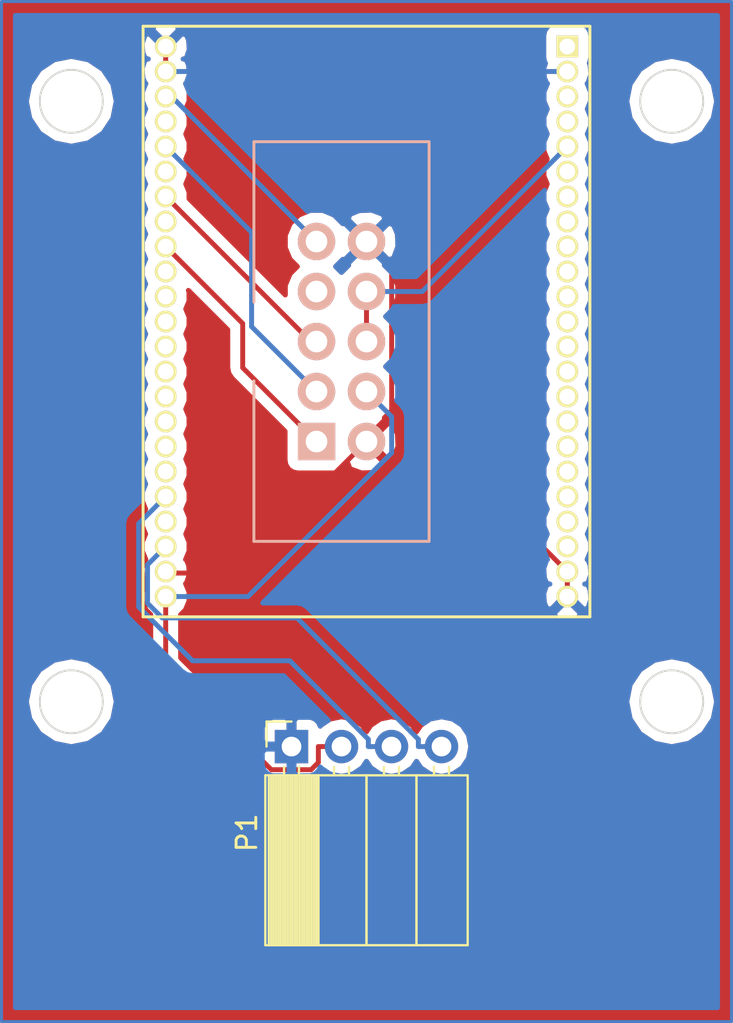
<source format=kicad_pcb>
(kicad_pcb (version 4) (host pcbnew 4.0.4-stable)

  (general
    (links 18)
    (no_connects 0)
    (area 131.943999 92.319999 165.744001 126.120001)
    (thickness 1.6)
    (drawings 4)
    (tracks 59)
    (zones 0)
    (modules 3)
    (nets 43)
  )

  (page A4)
  (layers
    (0 F.Cu signal)
    (31 B.Cu signal)
    (32 B.Adhes user)
    (33 F.Adhes user)
    (34 B.Paste user)
    (35 F.Paste user)
    (36 B.SilkS user)
    (37 F.SilkS user)
    (38 B.Mask user)
    (39 F.Mask user)
    (40 Dwgs.User user)
    (41 Cmts.User user)
    (42 Eco1.User user)
    (43 Eco2.User user)
    (44 Edge.Cuts user)
    (45 Margin user)
    (46 B.CrtYd user)
    (47 F.CrtYd user)
    (48 B.Fab user)
    (49 F.Fab user)
  )

  (setup
    (last_trace_width 0.1524)
    (trace_clearance 0.1524)
    (zone_clearance 0.508)
    (zone_45_only no)
    (trace_min 0.1524)
    (segment_width 0.2)
    (edge_width 0.15)
    (via_size 0.6858)
    (via_drill 0.3302)
    (via_min_size 0.6858)
    (via_min_drill 0.3302)
    (uvia_size 0.762)
    (uvia_drill 0.508)
    (uvias_allowed no)
    (uvia_min_size 0)
    (uvia_min_drill 0)
    (pcb_text_width 0.3)
    (pcb_text_size 1.5 1.5)
    (mod_edge_width 0.15)
    (mod_text_size 1 1)
    (mod_text_width 0.15)
    (pad_size 1.524 1.524)
    (pad_drill 0.762)
    (pad_to_mask_clearance 0.2)
    (aux_axis_origin 0 0)
    (visible_elements FFFFFF7F)
    (pcbplotparams
      (layerselection 0x00030_80000001)
      (usegerberextensions false)
      (excludeedgelayer true)
      (linewidth 0.100000)
      (plotframeref false)
      (viasonmask false)
      (mode 1)
      (useauxorigin false)
      (hpglpennumber 1)
      (hpglpenspeed 20)
      (hpglpendiameter 15)
      (hpglpenoverlay 2)
      (psnegative false)
      (psa4output false)
      (plotreference true)
      (plotvalue true)
      (plotinvisibletext false)
      (padsonsilk false)
      (subtractmaskfromsilk false)
      (outputformat 1)
      (mirror false)
      (drillshape 1)
      (scaleselection 1)
      (outputdirectory ""))
  )

  (net 0 "")
  (net 1 /TCK)
  (net 2 GND)
  (net 3 /TDO)
  (net 4 /3.3V)
  (net 5 /TMS)
  (net 6 "Net-(CON1-Pad6)")
  (net 7 /NC)
  (net 8 /TDI)
  (net 9 "Net-(IC1-Pad35)")
  (net 10 "Net-(IC1-Pad12)")
  (net 11 "Net-(IC1-Pad13)")
  (net 12 "Net-(IC1-Pad14)")
  (net 13 "Net-(IC1-Pad15)")
  (net 14 "Net-(IC1-Pad16)")
  (net 15 "Net-(IC1-Pad17)")
  (net 16 "Net-(IC1-Pad18)")
  (net 17 "Net-(IC1-Pad19)")
  (net 18 "Net-(IC1-Pad20)")
  (net 19 "Net-(IC1-Pad21)")
  (net 20 "Net-(IC1-Pad11)")
  (net 21 "Net-(IC1-Pad10)")
  (net 22 "Net-(IC1-Pad9)")
  (net 23 "Net-(IC1-Pad8)")
  (net 24 "Net-(IC1-Pad7)")
  (net 25 "Net-(IC1-Pad6)")
  (net 26 "Net-(IC1-Pad4)")
  (net 27 "Net-(IC1-Pad3)")
  (net 28 "Net-(IC1-Pad1)")
  (net 29 "Net-(IC1-Pad36)")
  (net 30 "Net-(IC1-Pad37)")
  (net 31 "Net-(IC1-Pad39)")
  (net 32 "Net-(IC1-Pad41)")
  (net 33 "Net-(IC1-Pad43)")
  (net 34 "Net-(IC1-Pad34)")
  (net 35 "Net-(IC1-Pad33)")
  (net 36 "Net-(IC1-Pad32)")
  (net 37 "Net-(IC1-Pad31)")
  (net 38 "Net-(IC1-Pad30)")
  (net 39 "Net-(IC1-Pad29)")
  (net 40 "Net-(IC1-Pad28)")
  (net 41 "Net-(IC1-Pad27)")
  (net 42 "Net-(IC1-Pad26)")

  (net_class Default "This is the default net class."
    (clearance 0.1524)
    (trace_width 0.1524)
    (via_dia 0.6858)
    (via_drill 0.3302)
    (uvia_dia 0.762)
    (uvia_drill 0.508)
    (add_net /NC)
    (add_net /TCK)
    (add_net /TDI)
    (add_net /TDO)
    (add_net /TMS)
    (add_net "Net-(CON1-Pad6)")
    (add_net "Net-(IC1-Pad1)")
    (add_net "Net-(IC1-Pad10)")
    (add_net "Net-(IC1-Pad11)")
    (add_net "Net-(IC1-Pad12)")
    (add_net "Net-(IC1-Pad13)")
    (add_net "Net-(IC1-Pad14)")
    (add_net "Net-(IC1-Pad15)")
    (add_net "Net-(IC1-Pad16)")
    (add_net "Net-(IC1-Pad17)")
    (add_net "Net-(IC1-Pad18)")
    (add_net "Net-(IC1-Pad19)")
    (add_net "Net-(IC1-Pad20)")
    (add_net "Net-(IC1-Pad21)")
    (add_net "Net-(IC1-Pad26)")
    (add_net "Net-(IC1-Pad27)")
    (add_net "Net-(IC1-Pad28)")
    (add_net "Net-(IC1-Pad29)")
    (add_net "Net-(IC1-Pad3)")
    (add_net "Net-(IC1-Pad30)")
    (add_net "Net-(IC1-Pad31)")
    (add_net "Net-(IC1-Pad32)")
    (add_net "Net-(IC1-Pad33)")
    (add_net "Net-(IC1-Pad34)")
    (add_net "Net-(IC1-Pad35)")
    (add_net "Net-(IC1-Pad36)")
    (add_net "Net-(IC1-Pad37)")
    (add_net "Net-(IC1-Pad39)")
    (add_net "Net-(IC1-Pad4)")
    (add_net "Net-(IC1-Pad41)")
    (add_net "Net-(IC1-Pad43)")
    (add_net "Net-(IC1-Pad6)")
    (add_net "Net-(IC1-Pad7)")
    (add_net "Net-(IC1-Pad8)")
    (add_net "Net-(IC1-Pad9)")
  )

  (net_class GND ""
    (clearance 0.1524)
    (trace_width 0.254)
    (via_dia 0.6858)
    (via_drill 0.3302)
    (uvia_dia 0.762)
    (uvia_drill 0.508)
    (add_net /3.3V)
    (add_net GND)
  )

  (module acronet:AVR-JTAG-ICE (layer B.Cu) (tedit 0) (tstamp 58AD8D75)
    (at 147.32 106.172 90)
    (descr "AVR JTAG ICE Connector (PTH)")
    (tags "AVR JTAG CONNECTOR")
    (path /58ADA11E)
    (fp_text reference CON1 (at 0 5.7 90) (layer B.SilkS) hide
      (effects (font (size 1 1) (thickness 0.2)) (justify mirror))
    )
    (fp_text value AVR-JTAG-ICE (at 0 -6 90) (layer B.SilkS) hide
      (effects (font (size 1 1) (thickness 0.2)) (justify mirror))
    )
    (fp_line (start 10.15 -4.45) (end 2 -4.45) (layer B.SilkS) (width 0.15))
    (fp_line (start -10.15 -4.45) (end -2 -4.45) (layer B.SilkS) (width 0.15))
    (fp_line (start 10.15 4.45) (end -10.15 4.45) (layer B.SilkS) (width 0.15))
    (fp_line (start -10.15 4.45) (end -10.15 -4.45) (layer B.SilkS) (width 0.15))
    (fp_line (start 10.15 4.45) (end 10.15 -4.45) (layer B.SilkS) (width 0.15))
    (pad 1 thru_hole rect (at -5.08 -1.27 90) (size 1.9 1.9) (drill 1.1) (layers *.Cu *.Mask B.SilkS)
      (net 1 /TCK))
    (pad 2 thru_hole circle (at -5.08 1.27 90) (size 1.9 1.9) (drill 1.1) (layers *.Cu *.Mask B.SilkS)
      (net 2 GND))
    (pad 3 thru_hole circle (at -2.54 -1.27 90) (size 1.9 1.9) (drill 1.1) (layers *.Cu *.Mask B.SilkS)
      (net 3 /TDO))
    (pad 4 thru_hole circle (at -2.54 1.27 90) (size 1.9 1.9) (drill 1.1) (layers *.Cu *.Mask B.SilkS)
      (net 4 /3.3V))
    (pad 5 thru_hole circle (at 0 -1.27 90) (size 1.9 1.9) (drill 1.1) (layers *.Cu *.Mask B.SilkS)
      (net 5 /TMS))
    (pad 6 thru_hole circle (at 0 1.27 90) (size 1.9 1.9) (drill 1.1) (layers *.Cu *.Mask B.SilkS)
      (net 6 "Net-(CON1-Pad6)"))
    (pad 7 thru_hole circle (at 2.54 -1.27 90) (size 1.9 1.9) (drill 1.1) (layers *.Cu *.Mask B.SilkS)
      (net 7 /NC))
    (pad 8 thru_hole circle (at 2.54 1.27 90) (size 1.9 1.9) (drill 1.1) (layers *.Cu *.Mask B.SilkS)
      (net 6 "Net-(CON1-Pad6)"))
    (pad 9 thru_hole circle (at 5.08 -1.27 90) (size 1.9 1.9) (drill 1.1) (layers *.Cu *.Mask B.SilkS)
      (net 8 /TDI))
    (pad 10 thru_hole circle (at 5.08 1.27 90) (size 1.9 1.9) (drill 1.1) (layers *.Cu *.Mask B.SilkS)
      (net 2 GND))
  )

  (module acronet:deRFmega128-22A02 (layer F.Cu) (tedit 0) (tstamp 58AD8DA7)
    (at 148.59 105.156 90)
    (descr "dresden elektronik deRFmega128-22A02 Radio Module SAMTEC SLM-123-01-L-S (PTH)")
    (tags "RADIO MODULE")
    (path /58AD7C2F)
    (fp_text reference IC1 (at 0 -12.7 90) (layer F.SilkS) hide
      (effects (font (size 1 1) (thickness 0.2)))
    )
    (fp_text value DERFMEGA128-22A02 (at 0 13 90) (layer F.SilkS) hide
      (effects (font (size 1 1) (thickness 0.2)))
    )
    (fp_line (start 15 -11.35) (end -15 -11.35) (layer F.SilkS) (width 0.15))
    (fp_line (start -15 -11.35) (end -15 11.35) (layer F.SilkS) (width 0.15))
    (fp_line (start -15 11.35) (end 15 11.35) (layer F.SilkS) (width 0.15))
    (fp_line (start 15 11.35) (end 15 -11.35) (layer F.SilkS) (width 0.15))
    (pad 35 thru_hole circle (at 0 -10.20064 90) (size 1.09982 1.09982) (drill 0.8001) (layers *.Cu *.Mask F.SilkS)
      (net 9 "Net-(IC1-Pad35)"))
    (pad 12 thru_hole circle (at 0 10.20064 90) (size 1.09982 1.09982) (drill 0.8001) (layers *.Cu *.Mask F.SilkS)
      (net 10 "Net-(IC1-Pad12)"))
    (pad 13 thru_hole circle (at -1.27 10.20064 90) (size 1.09982 1.09982) (drill 0.8001) (layers *.Cu *.Mask F.SilkS)
      (net 11 "Net-(IC1-Pad13)"))
    (pad 14 thru_hole circle (at -2.54 10.20064 90) (size 1.09982 1.09982) (drill 0.8001) (layers *.Cu *.Mask F.SilkS)
      (net 12 "Net-(IC1-Pad14)"))
    (pad 15 thru_hole circle (at -3.81 10.20064 90) (size 1.09982 1.09982) (drill 0.8001) (layers *.Cu *.Mask F.SilkS)
      (net 13 "Net-(IC1-Pad15)"))
    (pad 16 thru_hole circle (at -5.08 10.20064 90) (size 1.09982 1.09982) (drill 0.8001) (layers *.Cu *.Mask F.SilkS)
      (net 14 "Net-(IC1-Pad16)"))
    (pad 17 thru_hole circle (at -6.35 10.20064 90) (size 1.09982 1.09982) (drill 0.8001) (layers *.Cu *.Mask F.SilkS)
      (net 15 "Net-(IC1-Pad17)"))
    (pad 18 thru_hole circle (at -7.62 10.20064 90) (size 1.09982 1.09982) (drill 0.8001) (layers *.Cu *.Mask F.SilkS)
      (net 16 "Net-(IC1-Pad18)"))
    (pad 19 thru_hole circle (at -8.89 10.20064 90) (size 1.09982 1.09982) (drill 0.8001) (layers *.Cu *.Mask F.SilkS)
      (net 17 "Net-(IC1-Pad19)"))
    (pad 20 thru_hole circle (at -10.16 10.20064 90) (size 1.09982 1.09982) (drill 0.8001) (layers *.Cu *.Mask F.SilkS)
      (net 18 "Net-(IC1-Pad20)"))
    (pad 21 thru_hole circle (at -11.43 10.20064 90) (size 1.09982 1.09982) (drill 0.8001) (layers *.Cu *.Mask F.SilkS)
      (net 19 "Net-(IC1-Pad21)"))
    (pad 22 thru_hole circle (at -12.7 10.20064 90) (size 1.09982 1.09982) (drill 0.8001) (layers *.Cu *.Mask F.SilkS)
      (net 2 GND))
    (pad 23 thru_hole circle (at -13.97 10.20064 90) (size 1.09982 1.09982) (drill 0.8001) (layers *.Cu *.Mask F.SilkS)
      (net 2 GND))
    (pad 11 thru_hole circle (at 1.27 10.20064 90) (size 1.09982 1.09982) (drill 0.8001) (layers *.Cu *.Mask F.SilkS)
      (net 20 "Net-(IC1-Pad11)"))
    (pad 10 thru_hole circle (at 2.54 10.20064 90) (size 1.09982 1.09982) (drill 0.8001) (layers *.Cu *.Mask F.SilkS)
      (net 21 "Net-(IC1-Pad10)"))
    (pad 9 thru_hole circle (at 3.81 10.20064 90) (size 1.09982 1.09982) (drill 0.8001) (layers *.Cu *.Mask F.SilkS)
      (net 22 "Net-(IC1-Pad9)"))
    (pad 8 thru_hole circle (at 5.08 10.20064 90) (size 1.09982 1.09982) (drill 0.8001) (layers *.Cu *.Mask F.SilkS)
      (net 23 "Net-(IC1-Pad8)"))
    (pad 7 thru_hole circle (at 6.35 10.20064 90) (size 1.09982 1.09982) (drill 0.8001) (layers *.Cu *.Mask F.SilkS)
      (net 24 "Net-(IC1-Pad7)"))
    (pad 6 thru_hole circle (at 7.62 10.20064 90) (size 1.09982 1.09982) (drill 0.8001) (layers *.Cu *.Mask F.SilkS)
      (net 25 "Net-(IC1-Pad6)"))
    (pad 5 thru_hole circle (at 8.89 10.20064 90) (size 1.09982 1.09982) (drill 0.8001) (layers *.Cu *.Mask F.SilkS)
      (net 6 "Net-(CON1-Pad6)"))
    (pad 4 thru_hole circle (at 10.16 10.20064 90) (size 1.09982 1.09982) (drill 0.8001) (layers *.Cu *.Mask F.SilkS)
      (net 26 "Net-(IC1-Pad4)"))
    (pad 3 thru_hole circle (at 11.43 10.20064 90) (size 1.09982 1.09982) (drill 0.8001) (layers *.Cu *.Mask F.SilkS)
      (net 27 "Net-(IC1-Pad3)"))
    (pad 2 thru_hole circle (at 12.7 10.20064 90) (size 1.09982 1.09982) (drill 0.8001) (layers *.Cu *.Mask F.SilkS)
      (net 2 GND))
    (pad 1 thru_hole rect (at 13.97 10.20064 90) (size 1.09982 1.09982) (drill 0.8001) (layers *.Cu *.Mask F.SilkS)
      (net 28 "Net-(IC1-Pad1)"))
    (pad 36 thru_hole circle (at 1.27 -10.20064 90) (size 1.09982 1.09982) (drill 0.8001) (layers *.Cu *.Mask F.SilkS)
      (net 29 "Net-(IC1-Pad36)"))
    (pad 37 thru_hole circle (at 2.54 -10.20064 90) (size 1.09982 1.09982) (drill 0.8001) (layers *.Cu *.Mask F.SilkS)
      (net 30 "Net-(IC1-Pad37)"))
    (pad 38 thru_hole circle (at 3.81 -10.20064 90) (size 1.09982 1.09982) (drill 0.8001) (layers *.Cu *.Mask F.SilkS)
      (net 1 /TCK))
    (pad 39 thru_hole circle (at 5.08 -10.20064 90) (size 1.09982 1.09982) (drill 0.8001) (layers *.Cu *.Mask F.SilkS)
      (net 31 "Net-(IC1-Pad39)"))
    (pad 40 thru_hole circle (at 6.35 -10.20064 90) (size 1.09982 1.09982) (drill 0.8001) (layers *.Cu *.Mask F.SilkS)
      (net 5 /TMS))
    (pad 41 thru_hole circle (at 7.62 -10.20064 90) (size 1.09982 1.09982) (drill 0.8001) (layers *.Cu *.Mask F.SilkS)
      (net 32 "Net-(IC1-Pad41)"))
    (pad 42 thru_hole circle (at 8.89 -10.20064 90) (size 1.09982 1.09982) (drill 0.8001) (layers *.Cu *.Mask F.SilkS)
      (net 3 /TDO))
    (pad 43 thru_hole circle (at 10.16 -10.20064 90) (size 1.09982 1.09982) (drill 0.8001) (layers *.Cu *.Mask F.SilkS)
      (net 33 "Net-(IC1-Pad43)"))
    (pad 44 thru_hole circle (at 11.43 -10.20064 90) (size 1.09982 1.09982) (drill 0.8001) (layers *.Cu *.Mask F.SilkS)
      (net 8 /TDI))
    (pad 45 thru_hole circle (at 12.7 -10.20064 90) (size 1.09982 1.09982) (drill 0.8001) (layers *.Cu *.Mask F.SilkS)
      (net 2 GND))
    (pad 46 thru_hole circle (at 13.97 -10.20064 90) (size 1.09982 1.09982) (drill 0.8001) (layers *.Cu *.Mask F.SilkS)
      (net 2 GND))
    (pad 34 thru_hole circle (at -1.27 -10.20064 90) (size 1.09982 1.09982) (drill 0.8001) (layers *.Cu *.Mask F.SilkS)
      (net 34 "Net-(IC1-Pad34)"))
    (pad 33 thru_hole circle (at -2.54 -10.20064 90) (size 1.09982 1.09982) (drill 0.8001) (layers *.Cu *.Mask F.SilkS)
      (net 35 "Net-(IC1-Pad33)"))
    (pad 32 thru_hole circle (at -3.81 -10.20064 90) (size 1.09982 1.09982) (drill 0.8001) (layers *.Cu *.Mask F.SilkS)
      (net 36 "Net-(IC1-Pad32)"))
    (pad 31 thru_hole circle (at -5.08 -10.20064 90) (size 1.09982 1.09982) (drill 0.8001) (layers *.Cu *.Mask F.SilkS)
      (net 37 "Net-(IC1-Pad31)"))
    (pad 30 thru_hole circle (at -6.35 -10.20064 90) (size 1.09982 1.09982) (drill 0.8001) (layers *.Cu *.Mask F.SilkS)
      (net 38 "Net-(IC1-Pad30)"))
    (pad 29 thru_hole circle (at -7.62 -10.20064 90) (size 1.09982 1.09982) (drill 0.8001) (layers *.Cu *.Mask F.SilkS)
      (net 39 "Net-(IC1-Pad29)"))
    (pad 28 thru_hole circle (at -8.89 -10.20064 90) (size 1.09982 1.09982) (drill 0.8001) (layers *.Cu *.Mask F.SilkS)
      (net 40 "Net-(IC1-Pad28)"))
    (pad 27 thru_hole circle (at -10.16 -10.20064 90) (size 1.09982 1.09982) (drill 0.8001) (layers *.Cu *.Mask F.SilkS)
      (net 41 "Net-(IC1-Pad27)"))
    (pad 26 thru_hole circle (at -11.43 -10.20064 90) (size 1.09982 1.09982) (drill 0.8001) (layers *.Cu *.Mask F.SilkS)
      (net 42 "Net-(IC1-Pad26)"))
    (pad 25 thru_hole circle (at -12.7 -10.20064 90) (size 1.09982 1.09982) (drill 0.8001) (layers *.Cu *.Mask F.SilkS)
      (net 2 GND))
    (pad 24 thru_hole circle (at -13.97 -10.20064 90) (size 1.09982 1.09982) (drill 0.8001) (layers *.Cu *.Mask F.SilkS)
      (net 4 /3.3V))
  )

  (module Socket_Strips:Socket_Strip_Angled_1x04_Pitch2.54mm (layer F.Cu) (tedit 588DE956) (tstamp 58AD8DAF)
    (at 144.78 126.746 90)
    (descr "Through hole angled socket strip, 1x04, 2.54mm pitch, 8.51mm socket length, single row")
    (tags "Through hole angled socket strip THT 1x04 2.54mm single row")
    (path /58AD7C4E)
    (fp_text reference P1 (at -4.38 -2.27 90) (layer F.SilkS)
      (effects (font (size 1 1) (thickness 0.15)))
    )
    (fp_text value TELE (at -4.38 9.89 90) (layer F.Fab)
      (effects (font (size 1 1) (thickness 0.15)))
    )
    (fp_line (start -1.52 -1.27) (end -1.52 1.27) (layer F.Fab) (width 0.1))
    (fp_line (start -1.52 1.27) (end -10.03 1.27) (layer F.Fab) (width 0.1))
    (fp_line (start -10.03 1.27) (end -10.03 -1.27) (layer F.Fab) (width 0.1))
    (fp_line (start -10.03 -1.27) (end -1.52 -1.27) (layer F.Fab) (width 0.1))
    (fp_line (start 0 -0.32) (end 0 0.32) (layer F.Fab) (width 0.1))
    (fp_line (start 0 0.32) (end -1.52 0.32) (layer F.Fab) (width 0.1))
    (fp_line (start -1.52 0.32) (end -1.52 -0.32) (layer F.Fab) (width 0.1))
    (fp_line (start -1.52 -0.32) (end 0 -0.32) (layer F.Fab) (width 0.1))
    (fp_line (start -1.52 1.27) (end -1.52 3.81) (layer F.Fab) (width 0.1))
    (fp_line (start -1.52 3.81) (end -10.03 3.81) (layer F.Fab) (width 0.1))
    (fp_line (start -10.03 3.81) (end -10.03 1.27) (layer F.Fab) (width 0.1))
    (fp_line (start -10.03 1.27) (end -1.52 1.27) (layer F.Fab) (width 0.1))
    (fp_line (start 0 2.22) (end 0 2.86) (layer F.Fab) (width 0.1))
    (fp_line (start 0 2.86) (end -1.52 2.86) (layer F.Fab) (width 0.1))
    (fp_line (start -1.52 2.86) (end -1.52 2.22) (layer F.Fab) (width 0.1))
    (fp_line (start -1.52 2.22) (end 0 2.22) (layer F.Fab) (width 0.1))
    (fp_line (start -1.52 3.81) (end -1.52 6.35) (layer F.Fab) (width 0.1))
    (fp_line (start -1.52 6.35) (end -10.03 6.35) (layer F.Fab) (width 0.1))
    (fp_line (start -10.03 6.35) (end -10.03 3.81) (layer F.Fab) (width 0.1))
    (fp_line (start -10.03 3.81) (end -1.52 3.81) (layer F.Fab) (width 0.1))
    (fp_line (start 0 4.76) (end 0 5.4) (layer F.Fab) (width 0.1))
    (fp_line (start 0 5.4) (end -1.52 5.4) (layer F.Fab) (width 0.1))
    (fp_line (start -1.52 5.4) (end -1.52 4.76) (layer F.Fab) (width 0.1))
    (fp_line (start -1.52 4.76) (end 0 4.76) (layer F.Fab) (width 0.1))
    (fp_line (start -1.52 6.35) (end -1.52 8.89) (layer F.Fab) (width 0.1))
    (fp_line (start -1.52 8.89) (end -10.03 8.89) (layer F.Fab) (width 0.1))
    (fp_line (start -10.03 8.89) (end -10.03 6.35) (layer F.Fab) (width 0.1))
    (fp_line (start -10.03 6.35) (end -1.52 6.35) (layer F.Fab) (width 0.1))
    (fp_line (start 0 7.3) (end 0 7.94) (layer F.Fab) (width 0.1))
    (fp_line (start 0 7.94) (end -1.52 7.94) (layer F.Fab) (width 0.1))
    (fp_line (start -1.52 7.94) (end -1.52 7.3) (layer F.Fab) (width 0.1))
    (fp_line (start -1.52 7.3) (end 0 7.3) (layer F.Fab) (width 0.1))
    (fp_line (start -1.46 -1.33) (end -1.46 1.27) (layer F.SilkS) (width 0.12))
    (fp_line (start -1.46 1.27) (end -10.09 1.27) (layer F.SilkS) (width 0.12))
    (fp_line (start -10.09 1.27) (end -10.09 -1.33) (layer F.SilkS) (width 0.12))
    (fp_line (start -10.09 -1.33) (end -1.46 -1.33) (layer F.SilkS) (width 0.12))
    (fp_line (start -1.03 -0.38) (end -1.46 -0.38) (layer F.SilkS) (width 0.12))
    (fp_line (start -1.03 0.38) (end -1.46 0.38) (layer F.SilkS) (width 0.12))
    (fp_line (start -1.46 -1.15) (end -10.09 -1.15) (layer F.SilkS) (width 0.12))
    (fp_line (start -1.46 -1.03) (end -10.09 -1.03) (layer F.SilkS) (width 0.12))
    (fp_line (start -1.46 -0.91) (end -10.09 -0.91) (layer F.SilkS) (width 0.12))
    (fp_line (start -1.46 -0.79) (end -10.09 -0.79) (layer F.SilkS) (width 0.12))
    (fp_line (start -1.46 -0.67) (end -10.09 -0.67) (layer F.SilkS) (width 0.12))
    (fp_line (start -1.46 -0.55) (end -10.09 -0.55) (layer F.SilkS) (width 0.12))
    (fp_line (start -1.46 -0.43) (end -10.09 -0.43) (layer F.SilkS) (width 0.12))
    (fp_line (start -1.46 -0.31) (end -10.09 -0.31) (layer F.SilkS) (width 0.12))
    (fp_line (start -1.46 -0.19) (end -10.09 -0.19) (layer F.SilkS) (width 0.12))
    (fp_line (start -1.46 -0.07) (end -10.09 -0.07) (layer F.SilkS) (width 0.12))
    (fp_line (start -1.46 0.05) (end -10.09 0.05) (layer F.SilkS) (width 0.12))
    (fp_line (start -1.46 0.17) (end -10.09 0.17) (layer F.SilkS) (width 0.12))
    (fp_line (start -1.46 0.29) (end -10.09 0.29) (layer F.SilkS) (width 0.12))
    (fp_line (start -1.46 0.41) (end -10.09 0.41) (layer F.SilkS) (width 0.12))
    (fp_line (start -1.46 0.53) (end -10.09 0.53) (layer F.SilkS) (width 0.12))
    (fp_line (start -1.46 0.65) (end -10.09 0.65) (layer F.SilkS) (width 0.12))
    (fp_line (start -1.46 0.77) (end -10.09 0.77) (layer F.SilkS) (width 0.12))
    (fp_line (start -1.46 0.89) (end -10.09 0.89) (layer F.SilkS) (width 0.12))
    (fp_line (start -1.46 1.01) (end -10.09 1.01) (layer F.SilkS) (width 0.12))
    (fp_line (start -1.46 1.13) (end -10.09 1.13) (layer F.SilkS) (width 0.12))
    (fp_line (start -1.46 1.25) (end -10.09 1.25) (layer F.SilkS) (width 0.12))
    (fp_line (start -1.46 1.37) (end -10.09 1.37) (layer F.SilkS) (width 0.12))
    (fp_line (start -1.46 1.27) (end -1.46 3.81) (layer F.SilkS) (width 0.12))
    (fp_line (start -1.46 3.81) (end -10.09 3.81) (layer F.SilkS) (width 0.12))
    (fp_line (start -10.09 3.81) (end -10.09 1.27) (layer F.SilkS) (width 0.12))
    (fp_line (start -10.09 1.27) (end -1.46 1.27) (layer F.SilkS) (width 0.12))
    (fp_line (start -1.03 2.16) (end -1.46 2.16) (layer F.SilkS) (width 0.12))
    (fp_line (start -1.03 2.92) (end -1.46 2.92) (layer F.SilkS) (width 0.12))
    (fp_line (start -1.46 3.81) (end -1.46 6.35) (layer F.SilkS) (width 0.12))
    (fp_line (start -1.46 6.35) (end -10.09 6.35) (layer F.SilkS) (width 0.12))
    (fp_line (start -10.09 6.35) (end -10.09 3.81) (layer F.SilkS) (width 0.12))
    (fp_line (start -10.09 3.81) (end -1.46 3.81) (layer F.SilkS) (width 0.12))
    (fp_line (start -1.03 4.7) (end -1.46 4.7) (layer F.SilkS) (width 0.12))
    (fp_line (start -1.03 5.46) (end -1.46 5.46) (layer F.SilkS) (width 0.12))
    (fp_line (start -1.46 6.35) (end -1.46 8.95) (layer F.SilkS) (width 0.12))
    (fp_line (start -1.46 8.95) (end -10.09 8.95) (layer F.SilkS) (width 0.12))
    (fp_line (start -10.09 8.95) (end -10.09 6.35) (layer F.SilkS) (width 0.12))
    (fp_line (start -10.09 6.35) (end -1.46 6.35) (layer F.SilkS) (width 0.12))
    (fp_line (start -1.03 7.24) (end -1.46 7.24) (layer F.SilkS) (width 0.12))
    (fp_line (start -1.03 8) (end -1.46 8) (layer F.SilkS) (width 0.12))
    (fp_line (start 0 -1.27) (end 1.27 -1.27) (layer F.SilkS) (width 0.12))
    (fp_line (start 1.27 -1.27) (end 1.27 0) (layer F.SilkS) (width 0.12))
    (fp_line (start 1.55 -1.55) (end 1.55 9.15) (layer F.CrtYd) (width 0.05))
    (fp_line (start 1.55 9.15) (end -10.3 9.15) (layer F.CrtYd) (width 0.05))
    (fp_line (start -10.3 9.15) (end -10.3 -1.55) (layer F.CrtYd) (width 0.05))
    (fp_line (start -10.3 -1.55) (end 1.55 -1.55) (layer F.CrtYd) (width 0.05))
    (pad 1 thru_hole rect (at 0 0 90) (size 1.7 1.7) (drill 1) (layers *.Cu *.Mask)
      (net 2 GND))
    (pad 2 thru_hole oval (at 0 2.54 90) (size 1.7 1.7) (drill 1) (layers *.Cu *.Mask)
      (net 4 /3.3V))
    (pad 3 thru_hole oval (at 0 5.08 90) (size 1.7 1.7) (drill 1) (layers *.Cu *.Mask)
      (net 40 "Net-(IC1-Pad28)"))
    (pad 4 thru_hole oval (at 0 7.62 90) (size 1.7 1.7) (drill 1) (layers *.Cu *.Mask)
      (net 42 "Net-(IC1-Pad26)"))
    (model Socket_Strips.3dshapes/Socket_Strip_Angled_1x04_Pitch2.54mm.wrl
      (at (xyz 0 -0.15 0))
      (scale (xyz 1 1 1))
      (rotate (xyz 0 0 270))
    )
  )

  (gr_circle (center 164.094 93.97) (end 165.694 93.97) (layer Edge.Cuts) (width 0.1))
  (gr_circle (center 164.094 124.47) (end 165.694 124.47) (layer Edge.Cuts) (width 0.1))
  (gr_circle (center 133.594 124.47) (end 135.194 124.47) (layer Edge.Cuts) (width 0.1))
  (gr_circle (center 133.594 93.97) (end 135.194 93.97) (layer Edge.Cuts) (width 0.1))

  (segment (start 130.556 88.9) (end 167.132 88.9) (width 0.1524) (layer B.Cu) (net 0))
  (segment (start 130.048 88.9) (end 130.556 88.9) (width 0.1524) (layer B.Cu) (net 0) (tstamp 58AD8FBA))
  (segment (start 130.048 140.716) (end 130.048 88.9) (width 0.1524) (layer B.Cu) (net 0) (tstamp 58AD8FB9))
  (segment (start 167.132 140.716) (end 130.048 140.716) (width 0.1524) (layer B.Cu) (net 0) (tstamp 58AD8FB8))
  (segment (start 167.132 88.9) (end 167.132 140.716) (width 0.1524) (layer B.Cu) (net 0) (tstamp 58AD8FB7))
  (segment (start 142.3016 107.5036) (end 146.05 111.252) (width 0.25) (layer F.Cu) (net 1))
  (segment (start 142.3016 105.2582) (end 142.3016 107.5036) (width 0.25) (layer F.Cu) (net 1))
  (segment (start 138.3894 101.346) (end 142.3016 105.2582) (width 0.25) (layer F.Cu) (net 1))
  (segment (start 157.226 92.456) (end 148.59 101.092) (width 0.25) (layer B.Cu) (net 2))
  (segment (start 158.7906 92.456) (end 157.226 92.456) (width 0.25) (layer B.Cu) (net 2))
  (segment (start 139.954 92.456) (end 138.3894 92.456) (width 0.25) (layer B.Cu) (net 2))
  (segment (start 148.59 101.092) (end 139.954 92.456) (width 0.25) (layer B.Cu) (net 2))
  (segment (start 138.4657 117.9323) (end 138.3894 117.856) (width 0.25) (layer F.Cu) (net 2))
  (segment (start 141.9097 117.9323) (end 138.4657 117.9323) (width 0.25) (layer F.Cu) (net 2))
  (segment (start 144.78 120.8026) (end 141.9097 117.9323) (width 0.25) (layer F.Cu) (net 2))
  (segment (start 144.78 126.746) (end 144.78 120.8026) (width 0.25) (layer F.Cu) (net 2))
  (segment (start 158.7906 119.126) (end 158.7906 117.856) (width 0.25) (layer F.Cu) (net 2))
  (segment (start 141.9097 117.9323) (end 148.59 111.252) (width 0.25) (layer F.Cu) (net 2))
  (segment (start 149.8676 102.3696) (end 148.59 101.092) (width 0.25) (layer F.Cu) (net 2))
  (segment (start 149.8676 110.0488) (end 149.8676 102.3696) (width 0.25) (layer F.Cu) (net 2))
  (segment (start 149.7932 110.0488) (end 149.8676 110.0488) (width 0.25) (layer F.Cu) (net 2))
  (segment (start 148.59 111.252) (end 149.7932 110.0488) (width 0.25) (layer F.Cu) (net 2))
  (segment (start 150.9834 110.0488) (end 158.7906 117.856) (width 0.25) (layer F.Cu) (net 2))
  (segment (start 149.8676 110.0488) (end 150.9834 110.0488) (width 0.25) (layer F.Cu) (net 2))
  (segment (start 138.3894 92.456) (end 138.3894 91.186) (width 0.25) (layer F.Cu) (net 2))
  (segment (start 142.7519 100.6285) (end 138.3894 96.266) (width 0.25) (layer B.Cu) (net 3))
  (segment (start 142.7519 105.4139) (end 142.7519 100.6285) (width 0.25) (layer B.Cu) (net 3))
  (segment (start 146.05 108.712) (end 142.7519 105.4139) (width 0.25) (layer B.Cu) (net 3))
  (segment (start 146.1447 127.5541) (end 146.1447 126.746) (width 0.25) (layer F.Cu) (net 4))
  (segment (start 145.7775 127.9213) (end 146.1447 127.5541) (width 0.25) (layer F.Cu) (net 4))
  (segment (start 143.7573 127.9213) (end 145.7775 127.9213) (width 0.25) (layer F.Cu) (net 4))
  (segment (start 138.3894 122.5534) (end 143.7573 127.9213) (width 0.25) (layer F.Cu) (net 4))
  (segment (start 138.3894 119.126) (end 138.3894 122.5534) (width 0.25) (layer F.Cu) (net 4))
  (segment (start 147.32 126.746) (end 146.1447 126.746) (width 0.25) (layer F.Cu) (net 4))
  (segment (start 149.8673 109.9893) (end 148.59 108.712) (width 0.25) (layer B.Cu) (net 4))
  (segment (start 149.8673 111.8303) (end 149.8673 109.9893) (width 0.25) (layer B.Cu) (net 4))
  (segment (start 142.5716 119.126) (end 149.8673 111.8303) (width 0.25) (layer B.Cu) (net 4))
  (segment (start 138.3894 119.126) (end 142.5716 119.126) (width 0.25) (layer B.Cu) (net 4))
  (segment (start 145.7554 106.172) (end 146.05 106.172) (width 0.25) (layer F.Cu) (net 5))
  (segment (start 138.3894 98.806) (end 145.7554 106.172) (width 0.25) (layer F.Cu) (net 5))
  (segment (start 151.4246 103.632) (end 148.59 103.632) (width 0.25) (layer B.Cu) (net 6))
  (segment (start 158.7906 96.266) (end 151.4246 103.632) (width 0.25) (layer B.Cu) (net 6))
  (segment (start 148.59 103.632) (end 148.59 106.172) (width 0.25) (layer F.Cu) (net 6))
  (segment (start 138.684 93.726) (end 146.05 101.092) (width 0.25) (layer B.Cu) (net 8))
  (segment (start 138.3894 93.726) (end 138.684 93.726) (width 0.25) (layer B.Cu) (net 8))
  (segment (start 149.86 126.746) (end 148.6847 126.746) (width 0.25) (layer B.Cu) (net 40))
  (segment (start 148.6847 126.3786) (end 148.6847 126.746) (width 0.25) (layer B.Cu) (net 40))
  (segment (start 144.6931 122.387) (end 148.6847 126.3786) (width 0.25) (layer B.Cu) (net 40))
  (segment (start 139.7516 122.387) (end 144.6931 122.387) (width 0.25) (layer B.Cu) (net 40))
  (segment (start 137.0154 119.6508) (end 139.7516 122.387) (width 0.25) (layer B.Cu) (net 40))
  (segment (start 137.0154 115.42) (end 137.0154 119.6508) (width 0.25) (layer B.Cu) (net 40))
  (segment (start 138.3894 114.046) (end 137.0154 115.42) (width 0.25) (layer B.Cu) (net 40))
  (segment (start 137.4658 117.5096) (end 138.3894 116.586) (width 0.25) (layer B.Cu) (net 42))
  (segment (start 137.4658 119.4643) (end 137.4658 117.5096) (width 0.25) (layer B.Cu) (net 42))
  (segment (start 138.212 120.2105) (end 137.4658 119.4643) (width 0.25) (layer B.Cu) (net 42))
  (segment (start 145.0565 120.2105) (end 138.212 120.2105) (width 0.25) (layer B.Cu) (net 42))
  (segment (start 151.2247 126.3787) (end 145.0565 120.2105) (width 0.25) (layer B.Cu) (net 42))
  (segment (start 151.2247 126.746) (end 151.2247 126.3787) (width 0.25) (layer B.Cu) (net 42))
  (segment (start 152.4 126.746) (end 151.2247 126.746) (width 0.25) (layer B.Cu) (net 42))

  (zone (net 2) (net_name GND) (layer F.Cu) (tstamp 58AD8FBD) (hatch edge 0.508)
    (connect_pads (clearance 0.508))
    (min_thickness 0.254)
    (fill yes (arc_segments 16) (thermal_gap 0.508) (thermal_bridge_width 0.508))
    (polygon
      (pts
        (xy 167.132 140.716) (xy 130.048 140.716) (xy 130.048 88.9) (xy 167.132 88.9)
      )
    )
    (filled_polygon
      (pts
        (xy 167.005 140.589) (xy 130.175 140.589) (xy 130.175 124.47) (xy 131.309 124.47) (xy 131.482935 125.344432)
        (xy 131.978261 126.085739) (xy 132.719568 126.581065) (xy 133.594 126.755) (xy 134.468432 126.581065) (xy 135.209739 126.085739)
        (xy 135.705065 125.344432) (xy 135.879 124.47) (xy 135.705065 123.595568) (xy 135.209739 122.854261) (xy 134.468432 122.358935)
        (xy 133.594 122.185) (xy 132.719568 122.358935) (xy 131.978261 122.854261) (xy 131.482935 123.595568) (xy 131.309 124.47)
        (xy 130.175 124.47) (xy 130.175 93.97) (xy 131.309 93.97) (xy 131.482935 94.844432) (xy 131.978261 95.585739)
        (xy 132.719568 96.081065) (xy 133.594 96.255) (xy 134.468432 96.081065) (xy 135.209739 95.585739) (xy 135.705065 94.844432)
        (xy 135.879 93.97) (xy 135.705065 93.095568) (xy 135.209739 92.354261) (xy 134.468432 91.858935) (xy 133.594 91.685)
        (xy 132.719568 91.858935) (xy 131.978261 92.354261) (xy 131.482935 93.095568) (xy 131.309 93.97) (xy 130.175 93.97)
        (xy 130.175 91.029022) (xy 137.191479 91.029022) (xy 137.222589 91.499381) (xy 137.342734 91.789438) (xy 137.503191 91.821)
        (xy 137.342734 91.852562) (xy 137.191479 92.299022) (xy 137.222589 92.769381) (xy 137.342734 93.059438) (xy 137.380088 93.066786)
        (xy 137.204656 93.489273) (xy 137.204245 93.960659) (xy 137.369847 94.361449) (xy 137.204656 94.759273) (xy 137.204245 95.230659)
        (xy 137.369847 95.631449) (xy 137.204656 96.029273) (xy 137.204245 96.500659) (xy 137.369847 96.901449) (xy 137.204656 97.299273)
        (xy 137.204245 97.770659) (xy 137.369847 98.171449) (xy 137.204656 98.569273) (xy 137.204245 99.040659) (xy 137.369847 99.441449)
        (xy 137.204656 99.839273) (xy 137.204245 100.310659) (xy 137.369847 100.711449) (xy 137.204656 101.109273) (xy 137.204245 101.580659)
        (xy 137.369847 101.981449) (xy 137.204656 102.379273) (xy 137.204245 102.850659) (xy 137.369847 103.251449) (xy 137.204656 103.649273)
        (xy 137.204245 104.120659) (xy 137.369847 104.521449) (xy 137.204656 104.919273) (xy 137.204245 105.390659) (xy 137.369847 105.791449)
        (xy 137.204656 106.189273) (xy 137.204245 106.660659) (xy 137.369847 107.061449) (xy 137.204656 107.459273) (xy 137.204245 107.930659)
        (xy 137.369847 108.331449) (xy 137.204656 108.729273) (xy 137.204245 109.200659) (xy 137.369847 109.601449) (xy 137.204656 109.999273)
        (xy 137.204245 110.470659) (xy 137.369847 110.871449) (xy 137.204656 111.269273) (xy 137.204245 111.740659) (xy 137.369847 112.141449)
        (xy 137.204656 112.539273) (xy 137.204245 113.010659) (xy 137.369847 113.411449) (xy 137.204656 113.809273) (xy 137.204245 114.280659)
        (xy 137.369847 114.681449) (xy 137.204656 115.079273) (xy 137.204245 115.550659) (xy 137.369847 115.951449) (xy 137.204656 116.349273)
        (xy 137.204245 116.820659) (xy 137.379699 117.245291) (xy 137.342734 117.252562) (xy 137.191479 117.699022) (xy 137.222589 118.169381)
        (xy 137.342734 118.459438) (xy 137.380088 118.466786) (xy 137.204656 118.889273) (xy 137.204245 119.360659) (xy 137.384256 119.796321)
        (xy 137.6294 120.041893) (xy 137.6294 122.5534) (xy 137.687252 122.844239) (xy 137.851999 123.090801) (xy 143.219899 128.458701)
        (xy 143.466461 128.623448) (xy 143.7573 128.6813) (xy 145.7775 128.6813) (xy 146.068339 128.623448) (xy 146.314901 128.458701)
        (xy 146.676683 128.096919) (xy 146.751715 128.147054) (xy 147.32 128.260093) (xy 147.888285 128.147054) (xy 148.370054 127.825147)
        (xy 148.59 127.495974) (xy 148.809946 127.825147) (xy 149.291715 128.147054) (xy 149.86 128.260093) (xy 150.428285 128.147054)
        (xy 150.910054 127.825147) (xy 151.13 127.495974) (xy 151.349946 127.825147) (xy 151.831715 128.147054) (xy 152.4 128.260093)
        (xy 152.968285 128.147054) (xy 153.450054 127.825147) (xy 153.771961 127.343378) (xy 153.885 126.775093) (xy 153.885 126.716907)
        (xy 153.771961 126.148622) (xy 153.450054 125.666853) (xy 152.968285 125.344946) (xy 152.4 125.231907) (xy 151.831715 125.344946)
        (xy 151.349946 125.666853) (xy 151.13 125.996026) (xy 150.910054 125.666853) (xy 150.428285 125.344946) (xy 149.86 125.231907)
        (xy 149.291715 125.344946) (xy 148.809946 125.666853) (xy 148.59 125.996026) (xy 148.370054 125.666853) (xy 147.888285 125.344946)
        (xy 147.32 125.231907) (xy 146.751715 125.344946) (xy 146.269946 125.666853) (xy 146.240597 125.710777) (xy 146.168327 125.536302)
        (xy 145.989699 125.357673) (xy 145.75631 125.261) (xy 145.06575 125.261) (xy 144.907 125.41975) (xy 144.907 126.619)
        (xy 144.927 126.619) (xy 144.927 126.873) (xy 144.907 126.873) (xy 144.907 126.893) (xy 144.653 126.893)
        (xy 144.653 126.873) (xy 144.633 126.873) (xy 144.633 126.619) (xy 144.653 126.619) (xy 144.653 125.41975)
        (xy 144.49425 125.261) (xy 143.80369 125.261) (xy 143.570301 125.357673) (xy 143.391673 125.536302) (xy 143.295 125.769691)
        (xy 143.295 126.384198) (xy 141.380802 124.47) (xy 161.809 124.47) (xy 161.982935 125.344432) (xy 162.478261 126.085739)
        (xy 163.219568 126.581065) (xy 164.094 126.755) (xy 164.968432 126.581065) (xy 165.709739 126.085739) (xy 166.205065 125.344432)
        (xy 166.379 124.47) (xy 166.205065 123.595568) (xy 165.709739 122.854261) (xy 164.968432 122.358935) (xy 164.094 122.185)
        (xy 163.219568 122.358935) (xy 162.478261 122.854261) (xy 161.982935 123.595568) (xy 161.809 124.47) (xy 141.380802 124.47)
        (xy 139.1494 122.238598) (xy 139.1494 120.041541) (xy 139.238728 119.952368) (xy 158.143877 119.952368) (xy 158.187202 120.172626)
        (xy 158.633662 120.323881) (xy 159.104021 120.292771) (xy 159.394078 120.172626) (xy 159.437403 119.952368) (xy 158.79064 119.305605)
        (xy 158.143877 119.952368) (xy 139.238728 119.952368) (xy 139.393292 119.798074) (xy 139.574064 119.362727) (xy 139.574475 118.891341)
        (xy 139.399021 118.466709) (xy 139.435986 118.459438) (xy 139.587241 118.012978) (xy 139.556131 117.542619) (xy 139.435986 117.252562)
        (xy 139.398632 117.245214) (xy 139.574064 116.822727) (xy 139.574475 116.351341) (xy 139.408873 115.950551) (xy 139.574064 115.552727)
        (xy 139.574475 115.081341) (xy 139.408873 114.680551) (xy 139.574064 114.282727) (xy 139.574475 113.811341) (xy 139.408873 113.410551)
        (xy 139.574064 113.012727) (xy 139.574475 112.541341) (xy 139.408873 112.140551) (xy 139.574064 111.742727) (xy 139.574475 111.271341)
        (xy 139.408873 110.870551) (xy 139.574064 110.472727) (xy 139.574475 110.001341) (xy 139.408873 109.600551) (xy 139.574064 109.202727)
        (xy 139.574475 108.731341) (xy 139.408873 108.330551) (xy 139.574064 107.932727) (xy 139.574475 107.461341) (xy 139.408873 107.060551)
        (xy 139.574064 106.662727) (xy 139.574475 106.191341) (xy 139.408873 105.790551) (xy 139.574064 105.392727) (xy 139.574475 104.921341)
        (xy 139.408873 104.520551) (xy 139.574064 104.122727) (xy 139.574475 103.651341) (xy 139.542463 103.573865) (xy 141.5416 105.573002)
        (xy 141.5416 107.5036) (xy 141.599452 107.794439) (xy 141.764199 108.041001) (xy 144.45256 110.729362) (xy 144.45256 112.202)
        (xy 144.496838 112.437317) (xy 144.63591 112.653441) (xy 144.84811 112.798431) (xy 145.1 112.84944) (xy 147 112.84944)
        (xy 147.235317 112.805162) (xy 147.451441 112.66609) (xy 147.596431 112.45389) (xy 147.603722 112.417886) (xy 147.653256 112.368352)
        (xy 147.745792 112.630019) (xy 148.337398 112.848188) (xy 148.967461 112.823352) (xy 149.434208 112.630019) (xy 149.526745 112.36835)
        (xy 148.59 111.431605) (xy 148.575858 111.445748) (xy 148.396253 111.266143) (xy 148.410395 111.252) (xy 148.769605 111.252)
        (xy 149.70635 112.188745) (xy 149.968019 112.096208) (xy 150.186188 111.504602) (xy 150.161352 110.874539) (xy 149.968019 110.407792)
        (xy 149.70635 110.315255) (xy 148.769605 111.252) (xy 148.410395 111.252) (xy 148.396253 111.237858) (xy 148.575858 111.058253)
        (xy 148.59 111.072395) (xy 149.526745 110.13565) (xy 149.495593 110.047561) (xy 149.932914 109.611003) (xy 150.174724 109.028659)
        (xy 150.175275 108.398107) (xy 149.934481 107.815343) (xy 149.561529 107.441739) (xy 149.932914 107.071003) (xy 150.174724 106.488659)
        (xy 150.175275 105.858107) (xy 149.934481 105.275343) (xy 149.561529 104.901739) (xy 149.932914 104.531003) (xy 150.174724 103.948659)
        (xy 150.175275 103.318107) (xy 149.934481 102.735343) (xy 149.495789 102.295884) (xy 149.526745 102.20835) (xy 148.59 101.271605)
        (xy 147.653255 102.20835) (xy 147.684407 102.296439) (xy 147.319739 102.660471) (xy 147.021529 102.361739) (xy 147.386116 101.997789)
        (xy 147.47365 102.028745) (xy 148.410395 101.092) (xy 148.769605 101.092) (xy 149.70635 102.028745) (xy 149.968019 101.936208)
        (xy 150.186188 101.344602) (xy 150.161352 100.714539) (xy 149.968019 100.247792) (xy 149.70635 100.155255) (xy 148.769605 101.092)
        (xy 148.410395 101.092) (xy 147.47365 100.155255) (xy 147.385561 100.186407) (xy 147.175172 99.97565) (xy 147.653255 99.97565)
        (xy 148.59 100.912395) (xy 149.526745 99.97565) (xy 149.434208 99.713981) (xy 148.842602 99.495812) (xy 148.212539 99.520648)
        (xy 147.745792 99.713981) (xy 147.653255 99.97565) (xy 147.175172 99.97565) (xy 146.949003 99.749086) (xy 146.366659 99.507276)
        (xy 145.736107 99.506725) (xy 145.153343 99.747519) (xy 144.707086 100.192997) (xy 144.465276 100.775341) (xy 144.464725 101.405893)
        (xy 144.705519 101.988657) (xy 145.078471 102.362261) (xy 144.707086 102.732997) (xy 144.465276 103.315341) (xy 144.464847 103.806645)
        (xy 139.574175 98.915973) (xy 139.574475 98.571341) (xy 139.408873 98.170551) (xy 139.574064 97.772727) (xy 139.574475 97.301341)
        (xy 139.408873 96.900551) (xy 139.574064 96.502727) (xy 139.574475 96.031341) (xy 139.408873 95.630551) (xy 139.574064 95.232727)
        (xy 139.574475 94.761341) (xy 139.408873 94.360551) (xy 139.574064 93.962727) (xy 139.574475 93.491341) (xy 139.399021 93.066709)
        (xy 139.435986 93.059438) (xy 139.587241 92.612978) (xy 139.566476 92.299022) (xy 157.592759 92.299022) (xy 157.623869 92.769381)
        (xy 157.744014 93.059438) (xy 157.781368 93.066786) (xy 157.605936 93.489273) (xy 157.605525 93.960659) (xy 157.771127 94.361449)
        (xy 157.605936 94.759273) (xy 157.605525 95.230659) (xy 157.771127 95.631449) (xy 157.605936 96.029273) (xy 157.605525 96.500659)
        (xy 157.771127 96.901449) (xy 157.605936 97.299273) (xy 157.605525 97.770659) (xy 157.771127 98.171449) (xy 157.605936 98.569273)
        (xy 157.605525 99.040659) (xy 157.771127 99.441449) (xy 157.605936 99.839273) (xy 157.605525 100.310659) (xy 157.771127 100.711449)
        (xy 157.605936 101.109273) (xy 157.605525 101.580659) (xy 157.771127 101.981449) (xy 157.605936 102.379273) (xy 157.605525 102.850659)
        (xy 157.771127 103.251449) (xy 157.605936 103.649273) (xy 157.605525 104.120659) (xy 157.771127 104.521449) (xy 157.605936 104.919273)
        (xy 157.605525 105.390659) (xy 157.771127 105.791449) (xy 157.605936 106.189273) (xy 157.605525 106.660659) (xy 157.771127 107.061449)
        (xy 157.605936 107.459273) (xy 157.605525 107.930659) (xy 157.771127 108.331449) (xy 157.605936 108.729273) (xy 157.605525 109.200659)
        (xy 157.771127 109.601449) (xy 157.605936 109.999273) (xy 157.605525 110.470659) (xy 157.771127 110.871449) (xy 157.605936 111.269273)
        (xy 157.605525 111.740659) (xy 157.771127 112.141449) (xy 157.605936 112.539273) (xy 157.605525 113.010659) (xy 157.771127 113.411449)
        (xy 157.605936 113.809273) (xy 157.605525 114.280659) (xy 157.771127 114.681449) (xy 157.605936 115.079273) (xy 157.605525 115.550659)
        (xy 157.771127 115.951449) (xy 157.605936 116.349273) (xy 157.605525 116.820659) (xy 157.780979 117.245291) (xy 157.744014 117.252562)
        (xy 157.592759 117.699022) (xy 157.623869 118.169381) (xy 157.744014 118.459438) (xy 157.904471 118.491) (xy 157.744014 118.522562)
        (xy 157.592759 118.969022) (xy 157.623869 119.439381) (xy 157.744014 119.729438) (xy 157.964272 119.772763) (xy 158.611035 119.126)
        (xy 158.596893 119.111858) (xy 158.656371 119.052379) (xy 158.90825 119.03572) (xy 158.984388 119.111858) (xy 158.970245 119.126)
        (xy 159.617008 119.772763) (xy 159.837266 119.729438) (xy 159.988521 119.282978) (xy 159.957411 118.812619) (xy 159.837266 118.522562)
        (xy 159.676809 118.491) (xy 159.837266 118.459438) (xy 159.988521 118.012978) (xy 159.957411 117.542619) (xy 159.837266 117.252562)
        (xy 159.799912 117.245214) (xy 159.975344 116.822727) (xy 159.975755 116.351341) (xy 159.810153 115.950551) (xy 159.975344 115.552727)
        (xy 159.975755 115.081341) (xy 159.810153 114.680551) (xy 159.975344 114.282727) (xy 159.975755 113.811341) (xy 159.810153 113.410551)
        (xy 159.975344 113.012727) (xy 159.975755 112.541341) (xy 159.810153 112.140551) (xy 159.975344 111.742727) (xy 159.975755 111.271341)
        (xy 159.810153 110.870551) (xy 159.975344 110.472727) (xy 159.975755 110.001341) (xy 159.810153 109.600551) (xy 159.975344 109.202727)
        (xy 159.975755 108.731341) (xy 159.810153 108.330551) (xy 159.975344 107.932727) (xy 159.975755 107.461341) (xy 159.810153 107.060551)
        (xy 159.975344 106.662727) (xy 159.975755 106.191341) (xy 159.810153 105.790551) (xy 159.975344 105.392727) (xy 159.975755 104.921341)
        (xy 159.810153 104.520551) (xy 159.975344 104.122727) (xy 159.975755 103.651341) (xy 159.810153 103.250551) (xy 159.975344 102.852727)
        (xy 159.975755 102.381341) (xy 159.810153 101.980551) (xy 159.975344 101.582727) (xy 159.975755 101.111341) (xy 159.810153 100.710551)
        (xy 159.975344 100.312727) (xy 159.975755 99.841341) (xy 159.810153 99.440551) (xy 159.975344 99.042727) (xy 159.975755 98.571341)
        (xy 159.810153 98.170551) (xy 159.975344 97.772727) (xy 159.975755 97.301341) (xy 159.810153 96.900551) (xy 159.975344 96.502727)
        (xy 159.975755 96.031341) (xy 159.810153 95.630551) (xy 159.975344 95.232727) (xy 159.975755 94.761341) (xy 159.810153 94.360551)
        (xy 159.972323 93.97) (xy 161.809 93.97) (xy 161.982935 94.844432) (xy 162.478261 95.585739) (xy 163.219568 96.081065)
        (xy 164.094 96.255) (xy 164.968432 96.081065) (xy 165.709739 95.585739) (xy 166.205065 94.844432) (xy 166.379 93.97)
        (xy 166.205065 93.095568) (xy 165.709739 92.354261) (xy 164.968432 91.858935) (xy 164.094 91.685) (xy 163.219568 91.858935)
        (xy 162.478261 92.354261) (xy 161.982935 93.095568) (xy 161.809 93.97) (xy 159.972323 93.97) (xy 159.975344 93.962727)
        (xy 159.975755 93.491341) (xy 159.800301 93.066709) (xy 159.837266 93.059438) (xy 159.988521 92.612978) (xy 159.957411 92.142619)
        (xy 159.909776 92.027616) (xy 159.936981 91.9878) (xy 159.98799 91.73591) (xy 159.98799 90.63609) (xy 159.943712 90.400773)
        (xy 159.80464 90.184649) (xy 159.59244 90.039659) (xy 159.34055 89.98865) (xy 158.24073 89.98865) (xy 158.005413 90.032928)
        (xy 157.789289 90.172) (xy 157.644299 90.3842) (xy 157.59329 90.63609) (xy 157.59329 91.73591) (xy 157.637568 91.971227)
        (xy 157.680964 92.038667) (xy 157.592759 92.299022) (xy 139.566476 92.299022) (xy 139.556131 92.142619) (xy 139.435986 91.852562)
        (xy 139.275529 91.821) (xy 139.435986 91.789438) (xy 139.587241 91.342978) (xy 139.556131 90.872619) (xy 139.435986 90.582562)
        (xy 139.215728 90.539237) (xy 138.568965 91.186) (xy 138.583108 91.200143) (xy 138.523629 91.259621) (xy 138.27175 91.27628)
        (xy 138.195613 91.200143) (xy 138.209755 91.186) (xy 137.562992 90.539237) (xy 137.342734 90.582562) (xy 137.191479 91.029022)
        (xy 130.175 91.029022) (xy 130.175 90.359632) (xy 137.742597 90.359632) (xy 138.38936 91.006395) (xy 139.036123 90.359632)
        (xy 138.992798 90.139374) (xy 138.546338 89.988119) (xy 138.075979 90.019229) (xy 137.785922 90.139374) (xy 137.742597 90.359632)
        (xy 130.175 90.359632) (xy 130.175 89.027) (xy 167.005 89.027)
      )
    )
    (filled_polygon
      (pts
        (xy 138.512268 117.771018) (xy 138.583108 117.841858) (xy 138.568965 117.856) (xy 138.583108 117.870143) (xy 138.512053 117.941197)
        (xy 138.266452 117.940982) (xy 138.195613 117.870143) (xy 138.209755 117.856) (xy 138.195613 117.841858) (xy 138.266667 117.770803)
      )
    )
    (filled_polygon
      (pts
        (xy 138.583108 92.441858) (xy 138.568965 92.456) (xy 138.583108 92.470143) (xy 138.512053 92.541197) (xy 138.266452 92.540982)
        (xy 138.195613 92.470143) (xy 138.209755 92.456) (xy 138.195613 92.441858) (xy 138.255091 92.382379) (xy 138.50697 92.36572)
      )
    )
    (filled_polygon
      (pts
        (xy 158.913548 117.771018) (xy 158.984388 117.841858) (xy 158.970245 117.856) (xy 158.984388 117.870143) (xy 158.924909 117.929621)
        (xy 158.67303 117.94628) (xy 158.596893 117.870143) (xy 158.611035 117.856) (xy 158.596893 117.841858) (xy 158.667947 117.770803)
      )
    )
    (filled_polygon
      (pts
        (xy 158.984388 92.441858) (xy 158.970245 92.456) (xy 158.984388 92.470143) (xy 158.913333 92.541197) (xy 158.667732 92.540982)
        (xy 158.596893 92.470143) (xy 158.611035 92.456) (xy 158.596893 92.441858) (xy 158.6554 92.38335) (xy 158.92588 92.38335)
      )
    )
  )
  (zone (net 2) (net_name GND) (layer B.Cu) (tstamp 58AD8FC0) (hatch edge 0.508)
    (connect_pads (clearance 0.508))
    (min_thickness 0.254)
    (fill yes (arc_segments 16) (thermal_gap 0.508) (thermal_bridge_width 0.508))
    (polygon
      (pts
        (xy 167.132 140.716) (xy 130.048 140.716) (xy 130.048 88.9) (xy 167.132 88.9)
      )
    )
    (filled_polygon
      (pts
        (xy 166.4208 140.0048) (xy 130.7592 140.0048) (xy 130.7592 127.03175) (xy 143.295 127.03175) (xy 143.295 127.722309)
        (xy 143.391673 127.955698) (xy 143.570301 128.134327) (xy 143.80369 128.231) (xy 144.49425 128.231) (xy 144.653 128.07225)
        (xy 144.653 126.873) (xy 143.45375 126.873) (xy 143.295 127.03175) (xy 130.7592 127.03175) (xy 130.7592 124.47)
        (xy 131.309 124.47) (xy 131.482935 125.344432) (xy 131.978261 126.085739) (xy 132.719568 126.581065) (xy 133.594 126.755)
        (xy 134.468432 126.581065) (xy 135.209739 126.085739) (xy 135.420915 125.769691) (xy 143.295 125.769691) (xy 143.295 126.46025)
        (xy 143.45375 126.619) (xy 144.653 126.619) (xy 144.653 125.41975) (xy 144.49425 125.261) (xy 143.80369 125.261)
        (xy 143.570301 125.357673) (xy 143.391673 125.536302) (xy 143.295 125.769691) (xy 135.420915 125.769691) (xy 135.705065 125.344432)
        (xy 135.879 124.47) (xy 135.705065 123.595568) (xy 135.209739 122.854261) (xy 134.468432 122.358935) (xy 133.594 122.185)
        (xy 132.719568 122.358935) (xy 131.978261 122.854261) (xy 131.482935 123.595568) (xy 131.309 124.47) (xy 130.7592 124.47)
        (xy 130.7592 115.42) (xy 136.2554 115.42) (xy 136.2554 119.6508) (xy 136.313252 119.941639) (xy 136.477999 120.188201)
        (xy 139.214199 122.924401) (xy 139.460761 123.089148) (xy 139.7516 123.147) (xy 144.378298 123.147) (xy 146.646528 125.41523)
        (xy 146.269946 125.666853) (xy 146.240597 125.710777) (xy 146.168327 125.536302) (xy 145.989699 125.357673) (xy 145.75631 125.261)
        (xy 145.06575 125.261) (xy 144.907 125.41975) (xy 144.907 126.619) (xy 144.927 126.619) (xy 144.927 126.873)
        (xy 144.907 126.873) (xy 144.907 128.07225) (xy 145.06575 128.231) (xy 145.75631 128.231) (xy 145.989699 128.134327)
        (xy 146.168327 127.955698) (xy 146.240597 127.781223) (xy 146.269946 127.825147) (xy 146.751715 128.147054) (xy 147.32 128.260093)
        (xy 147.888285 128.147054) (xy 148.370054 127.825147) (xy 148.59 127.495974) (xy 148.809946 127.825147) (xy 149.291715 128.147054)
        (xy 149.86 128.260093) (xy 150.428285 128.147054) (xy 150.910054 127.825147) (xy 151.13 127.495974) (xy 151.349946 127.825147)
        (xy 151.831715 128.147054) (xy 152.4 128.260093) (xy 152.968285 128.147054) (xy 153.450054 127.825147) (xy 153.771961 127.343378)
        (xy 153.885 126.775093) (xy 153.885 126.716907) (xy 153.771961 126.148622) (xy 153.450054 125.666853) (xy 152.968285 125.344946)
        (xy 152.4 125.231907) (xy 151.831715 125.344946) (xy 151.492442 125.57164) (xy 150.390802 124.47) (xy 161.809 124.47)
        (xy 161.982935 125.344432) (xy 162.478261 126.085739) (xy 163.219568 126.581065) (xy 164.094 126.755) (xy 164.968432 126.581065)
        (xy 165.709739 126.085739) (xy 166.205065 125.344432) (xy 166.379 124.47) (xy 166.205065 123.595568) (xy 165.709739 122.854261)
        (xy 164.968432 122.358935) (xy 164.094 122.185) (xy 163.219568 122.358935) (xy 162.478261 122.854261) (xy 161.982935 123.595568)
        (xy 161.809 124.47) (xy 150.390802 124.47) (xy 145.87317 119.952368) (xy 158.143877 119.952368) (xy 158.187202 120.172626)
        (xy 158.633662 120.323881) (xy 159.104021 120.292771) (xy 159.394078 120.172626) (xy 159.437403 119.952368) (xy 158.79064 119.305605)
        (xy 158.143877 119.952368) (xy 145.87317 119.952368) (xy 145.593901 119.673099) (xy 145.347339 119.508352) (xy 145.0565 119.4505)
        (xy 143.321902 119.4505) (xy 150.404701 112.367701) (xy 150.569448 112.121139) (xy 150.6273 111.8303) (xy 150.6273 109.9893)
        (xy 150.569448 109.698461) (xy 150.404701 109.451899) (xy 150.11802 109.165218) (xy 150.174724 109.028659) (xy 150.175275 108.398107)
        (xy 149.934481 107.815343) (xy 149.561529 107.441739) (xy 149.932914 107.071003) (xy 150.174724 106.488659) (xy 150.175275 105.858107)
        (xy 149.934481 105.275343) (xy 149.561529 104.901739) (xy 149.932914 104.531003) (xy 149.990633 104.392) (xy 151.4246 104.392)
        (xy 151.715439 104.334148) (xy 151.962001 104.169401) (xy 157.637043 98.494359) (xy 157.605936 98.569273) (xy 157.605525 99.040659)
        (xy 157.771127 99.441449) (xy 157.605936 99.839273) (xy 157.605525 100.310659) (xy 157.771127 100.711449) (xy 157.605936 101.109273)
        (xy 157.605525 101.580659) (xy 157.771127 101.981449) (xy 157.605936 102.379273) (xy 157.605525 102.850659) (xy 157.771127 103.251449)
        (xy 157.605936 103.649273) (xy 157.605525 104.120659) (xy 157.771127 104.521449) (xy 157.605936 104.919273) (xy 157.605525 105.390659)
        (xy 157.771127 105.791449) (xy 157.605936 106.189273) (xy 157.605525 106.660659) (xy 157.771127 107.061449) (xy 157.605936 107.459273)
        (xy 157.605525 107.930659) (xy 157.771127 108.331449) (xy 157.605936 108.729273) (xy 157.605525 109.200659) (xy 157.771127 109.601449)
        (xy 157.605936 109.999273) (xy 157.605525 110.470659) (xy 157.771127 110.871449) (xy 157.605936 111.269273) (xy 157.605525 111.740659)
        (xy 157.771127 112.141449) (xy 157.605936 112.539273) (xy 157.605525 113.010659) (xy 157.771127 113.411449) (xy 157.605936 113.809273)
        (xy 157.605525 114.280659) (xy 157.771127 114.681449) (xy 157.605936 115.079273) (xy 157.605525 115.550659) (xy 157.771127 115.951449)
        (xy 157.605936 116.349273) (xy 157.605525 116.820659) (xy 157.780979 117.245291) (xy 157.744014 117.252562) (xy 157.592759 117.699022)
        (xy 157.623869 118.169381) (xy 157.744014 118.459438) (xy 157.904471 118.491) (xy 157.744014 118.522562) (xy 157.592759 118.969022)
        (xy 157.623869 119.439381) (xy 157.744014 119.729438) (xy 157.964272 119.772763) (xy 158.611035 119.126) (xy 158.596893 119.111858)
        (xy 158.656371 119.052379) (xy 158.90825 119.03572) (xy 158.984388 119.111858) (xy 158.970245 119.126) (xy 159.617008 119.772763)
        (xy 159.837266 119.729438) (xy 159.988521 119.282978) (xy 159.957411 118.812619) (xy 159.837266 118.522562) (xy 159.676809 118.491)
        (xy 159.837266 118.459438) (xy 159.988521 118.012978) (xy 159.957411 117.542619) (xy 159.837266 117.252562) (xy 159.799912 117.245214)
        (xy 159.975344 116.822727) (xy 159.975755 116.351341) (xy 159.810153 115.950551) (xy 159.975344 115.552727) (xy 159.975755 115.081341)
        (xy 159.810153 114.680551) (xy 159.975344 114.282727) (xy 159.975755 113.811341) (xy 159.810153 113.410551) (xy 159.975344 113.012727)
        (xy 159.975755 112.541341) (xy 159.810153 112.140551) (xy 159.975344 111.742727) (xy 159.975755 111.271341) (xy 159.810153 110.870551)
        (xy 159.975344 110.472727) (xy 159.975755 110.001341) (xy 159.810153 109.600551) (xy 159.975344 109.202727) (xy 159.975755 108.731341)
        (xy 159.810153 108.330551) (xy 159.975344 107.932727) (xy 159.975755 107.461341) (xy 159.810153 107.060551) (xy 159.975344 106.662727)
        (xy 159.975755 106.191341) (xy 159.810153 105.790551) (xy 159.975344 105.392727) (xy 159.975755 104.921341) (xy 159.810153 104.520551)
        (xy 159.975344 104.122727) (xy 159.975755 103.651341) (xy 159.810153 103.250551) (xy 159.975344 102.852727) (xy 159.975755 102.381341)
        (xy 159.810153 101.980551) (xy 159.975344 101.582727) (xy 159.975755 101.111341) (xy 159.810153 100.710551) (xy 159.975344 100.312727)
        (xy 159.975755 99.841341) (xy 159.810153 99.440551) (xy 159.975344 99.042727) (xy 159.975755 98.571341) (xy 159.810153 98.170551)
        (xy 159.975344 97.772727) (xy 159.975755 97.301341) (xy 159.810153 96.900551) (xy 159.975344 96.502727) (xy 159.975755 96.031341)
        (xy 159.810153 95.630551) (xy 159.975344 95.232727) (xy 159.975755 94.761341) (xy 159.810153 94.360551) (xy 159.972323 93.97)
        (xy 161.809 93.97) (xy 161.982935 94.844432) (xy 162.478261 95.585739) (xy 163.219568 96.081065) (xy 164.094 96.255)
        (xy 164.968432 96.081065) (xy 165.709739 95.585739) (xy 166.205065 94.844432) (xy 166.379 93.97) (xy 166.205065 93.095568)
        (xy 165.709739 92.354261) (xy 164.968432 91.858935) (xy 164.094 91.685) (xy 163.219568 91.858935) (xy 162.478261 92.354261)
        (xy 161.982935 93.095568) (xy 161.809 93.97) (xy 159.972323 93.97) (xy 159.975344 93.962727) (xy 159.975755 93.491341)
        (xy 159.800301 93.066709) (xy 159.837266 93.059438) (xy 159.988521 92.612978) (xy 159.957411 92.142619) (xy 159.909776 92.027616)
        (xy 159.936981 91.9878) (xy 159.98799 91.73591) (xy 159.98799 90.63609) (xy 159.943712 90.400773) (xy 159.80464 90.184649)
        (xy 159.59244 90.039659) (xy 159.34055 89.98865) (xy 158.24073 89.98865) (xy 158.005413 90.032928) (xy 157.789289 90.172)
        (xy 157.644299 90.3842) (xy 157.59329 90.63609) (xy 157.59329 91.73591) (xy 157.637568 91.971227) (xy 157.680964 92.038667)
        (xy 157.592759 92.299022) (xy 157.623869 92.769381) (xy 157.744014 93.059438) (xy 157.781368 93.066786) (xy 157.605936 93.489273)
        (xy 157.605525 93.960659) (xy 157.771127 94.361449) (xy 157.605936 94.759273) (xy 157.605525 95.230659) (xy 157.771127 95.631449)
        (xy 157.605936 96.029273) (xy 157.605634 96.376164) (xy 151.109798 102.872) (xy 149.990947 102.872) (xy 149.934481 102.735343)
        (xy 149.495789 102.295884) (xy 149.526745 102.20835) (xy 148.59 101.271605) (xy 147.653255 102.20835) (xy 147.684407 102.296439)
        (xy 147.319739 102.660471) (xy 147.021529 102.361739) (xy 147.386116 101.997789) (xy 147.47365 102.028745) (xy 148.410395 101.092)
        (xy 148.769605 101.092) (xy 149.70635 102.028745) (xy 149.968019 101.936208) (xy 150.186188 101.344602) (xy 150.161352 100.714539)
        (xy 149.968019 100.247792) (xy 149.70635 100.155255) (xy 148.769605 101.092) (xy 148.410395 101.092) (xy 147.47365 100.155255)
        (xy 147.385561 100.186407) (xy 147.175172 99.97565) (xy 147.653255 99.97565) (xy 148.59 100.912395) (xy 149.526745 99.97565)
        (xy 149.434208 99.713981) (xy 148.842602 99.495812) (xy 148.212539 99.520648) (xy 147.745792 99.713981) (xy 147.653255 99.97565)
        (xy 147.175172 99.97565) (xy 146.949003 99.749086) (xy 146.366659 99.507276) (xy 145.736107 99.506725) (xy 145.597004 99.564202)
        (xy 139.574431 93.541629) (xy 139.574475 93.491341) (xy 139.399021 93.066709) (xy 139.435986 93.059438) (xy 139.587241 92.612978)
        (xy 139.556131 92.142619) (xy 139.435986 91.852562) (xy 139.275529 91.821) (xy 139.435986 91.789438) (xy 139.587241 91.342978)
        (xy 139.556131 90.872619) (xy 139.435986 90.582562) (xy 139.215728 90.539237) (xy 138.568965 91.186) (xy 138.583108 91.200143)
        (xy 138.523629 91.259621) (xy 138.27175 91.27628) (xy 138.195613 91.200143) (xy 138.209755 91.186) (xy 137.562992 90.539237)
        (xy 137.342734 90.582562) (xy 137.191479 91.029022) (xy 137.222589 91.499381) (xy 137.342734 91.789438) (xy 137.503191 91.821)
        (xy 137.342734 91.852562) (xy 137.191479 92.299022) (xy 137.222589 92.769381) (xy 137.342734 93.059438) (xy 137.380088 93.066786)
        (xy 137.204656 93.489273) (xy 137.204245 93.960659) (xy 137.369847 94.361449) (xy 137.204656 94.759273) (xy 137.204245 95.230659)
        (xy 137.369847 95.631449) (xy 137.204656 96.029273) (xy 137.204245 96.500659) (xy 137.369847 96.901449) (xy 137.204656 97.299273)
        (xy 137.204245 97.770659) (xy 137.369847 98.171449) (xy 137.204656 98.569273) (xy 137.204245 99.040659) (xy 137.369847 99.441449)
        (xy 137.204656 99.839273) (xy 137.204245 100.310659) (xy 137.369847 100.711449) (xy 137.204656 101.109273) (xy 137.204245 101.580659)
        (xy 137.369847 101.981449) (xy 137.204656 102.379273) (xy 137.204245 102.850659) (xy 137.369847 103.251449) (xy 137.204656 103.649273)
        (xy 137.204245 104.120659) (xy 137.369847 104.521449) (xy 137.204656 104.919273) (xy 137.204245 105.390659) (xy 137.369847 105.791449)
        (xy 137.204656 106.189273) (xy 137.204245 106.660659) (xy 137.369847 107.061449) (xy 137.204656 107.459273) (xy 137.204245 107.930659)
        (xy 137.369847 108.331449) (xy 137.204656 108.729273) (xy 137.204245 109.200659) (xy 137.369847 109.601449) (xy 137.204656 109.999273)
        (xy 137.204245 110.470659) (xy 137.369847 110.871449) (xy 137.204656 111.269273) (xy 137.204245 111.740659) (xy 137.369847 112.141449)
        (xy 137.204656 112.539273) (xy 137.204245 113.010659) (xy 137.369847 113.411449) (xy 137.204656 113.809273) (xy 137.204353 114.156245)
        (xy 136.477999 114.882599) (xy 136.313252 115.129161) (xy 136.2554 115.42) (xy 130.7592 115.42) (xy 130.7592 93.97)
        (xy 131.309 93.97) (xy 131.482935 94.844432) (xy 131.978261 95.585739) (xy 132.719568 96.081065) (xy 133.594 96.255)
        (xy 134.468432 96.081065) (xy 135.209739 95.585739) (xy 135.705065 94.844432) (xy 135.879 93.97) (xy 135.705065 93.095568)
        (xy 135.209739 92.354261) (xy 134.468432 91.858935) (xy 133.594 91.685) (xy 132.719568 91.858935) (xy 131.978261 92.354261)
        (xy 131.482935 93.095568) (xy 131.309 93.97) (xy 130.7592 93.97) (xy 130.7592 90.359632) (xy 137.742597 90.359632)
        (xy 138.38936 91.006395) (xy 139.036123 90.359632) (xy 138.992798 90.139374) (xy 138.546338 89.988119) (xy 138.075979 90.019229)
        (xy 137.785922 90.139374) (xy 137.742597 90.359632) (xy 130.7592 90.359632) (xy 130.7592 89.6112) (xy 166.4208 89.6112)
      )
    )
    (filled_polygon
      (pts
        (xy 158.913548 117.771018) (xy 158.984388 117.841858) (xy 158.970245 117.856) (xy 158.984388 117.870143) (xy 158.924909 117.929621)
        (xy 158.67303 117.94628) (xy 158.596893 117.870143) (xy 158.611035 117.856) (xy 158.596893 117.841858) (xy 158.667947 117.770803)
      )
    )
    (filled_polygon
      (pts
        (xy 138.512268 117.771018) (xy 138.583108 117.841858) (xy 138.568965 117.856) (xy 138.583108 117.870143) (xy 138.512053 117.941197)
        (xy 138.266452 117.940982) (xy 138.2258 117.90033) (xy 138.2258 117.824402) (xy 138.279387 117.770815)
      )
    )
    (filled_polygon
      (pts
        (xy 148.783748 111.237858) (xy 148.769605 111.252) (xy 148.783748 111.266143) (xy 148.604143 111.445748) (xy 148.59 111.431605)
        (xy 148.575858 111.445748) (xy 148.396253 111.266143) (xy 148.410395 111.252) (xy 148.396253 111.237858) (xy 148.575858 111.058253)
        (xy 148.59 111.072395) (xy 148.604143 111.058253)
      )
    )
    (filled_polygon
      (pts
        (xy 138.583108 92.441858) (xy 138.568965 92.456) (xy 138.583108 92.470143) (xy 138.512053 92.541197) (xy 138.266452 92.540982)
        (xy 138.195613 92.470143) (xy 138.209755 92.456) (xy 138.195613 92.441858) (xy 138.255091 92.382379) (xy 138.50697 92.36572)
      )
    )
    (filled_polygon
      (pts
        (xy 158.984388 92.441858) (xy 158.970245 92.456) (xy 158.984388 92.470143) (xy 158.913333 92.541197) (xy 158.667732 92.540982)
        (xy 158.596893 92.470143) (xy 158.611035 92.456) (xy 158.596893 92.441858) (xy 158.6554 92.38335) (xy 158.92588 92.38335)
      )
    )
  )
)

</source>
